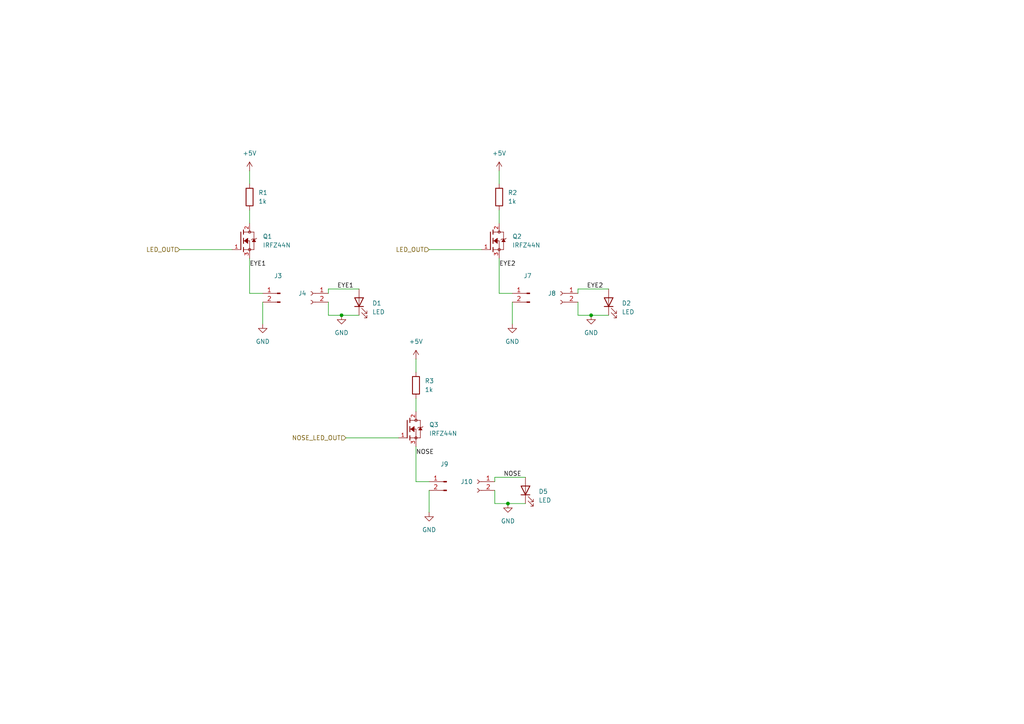
<source format=kicad_sch>
(kicad_sch
	(version 20231120)
	(generator "eeschema")
	(generator_version "8.0")
	(uuid "14cf8e99-50f1-4150-a23e-91f782d6c189")
	(paper "A4")
	(lib_symbols
		(symbol "Connector:Conn_01x02_Pin"
			(pin_names
				(offset 1.016) hide)
			(exclude_from_sim no)
			(in_bom yes)
			(on_board yes)
			(property "Reference" "J"
				(at 0 2.54 0)
				(effects
					(font
						(size 1.27 1.27)
					)
				)
			)
			(property "Value" "Conn_01x02_Pin"
				(at 0 -5.08 0)
				(effects
					(font
						(size 1.27 1.27)
					)
				)
			)
			(property "Footprint" ""
				(at 0 0 0)
				(effects
					(font
						(size 1.27 1.27)
					)
					(hide yes)
				)
			)
			(property "Datasheet" "~"
				(at 0 0 0)
				(effects
					(font
						(size 1.27 1.27)
					)
					(hide yes)
				)
			)
			(property "Description" "Generic connector, single row, 01x02, script generated"
				(at 0 0 0)
				(effects
					(font
						(size 1.27 1.27)
					)
					(hide yes)
				)
			)
			(property "ki_locked" ""
				(at 0 0 0)
				(effects
					(font
						(size 1.27 1.27)
					)
				)
			)
			(property "ki_keywords" "connector"
				(at 0 0 0)
				(effects
					(font
						(size 1.27 1.27)
					)
					(hide yes)
				)
			)
			(property "ki_fp_filters" "Connector*:*_1x??_*"
				(at 0 0 0)
				(effects
					(font
						(size 1.27 1.27)
					)
					(hide yes)
				)
			)
			(symbol "Conn_01x02_Pin_1_1"
				(polyline
					(pts
						(xy 1.27 -2.54) (xy 0.8636 -2.54)
					)
					(stroke
						(width 0.1524)
						(type default)
					)
					(fill
						(type none)
					)
				)
				(polyline
					(pts
						(xy 1.27 0) (xy 0.8636 0)
					)
					(stroke
						(width 0.1524)
						(type default)
					)
					(fill
						(type none)
					)
				)
				(rectangle
					(start 0.8636 -2.413)
					(end 0 -2.667)
					(stroke
						(width 0.1524)
						(type default)
					)
					(fill
						(type outline)
					)
				)
				(rectangle
					(start 0.8636 0.127)
					(end 0 -0.127)
					(stroke
						(width 0.1524)
						(type default)
					)
					(fill
						(type outline)
					)
				)
				(pin passive line
					(at 5.08 0 180)
					(length 3.81)
					(name "Pin_1"
						(effects
							(font
								(size 1.27 1.27)
							)
						)
					)
					(number "1"
						(effects
							(font
								(size 1.27 1.27)
							)
						)
					)
				)
				(pin passive line
					(at 5.08 -2.54 180)
					(length 3.81)
					(name "Pin_2"
						(effects
							(font
								(size 1.27 1.27)
							)
						)
					)
					(number "2"
						(effects
							(font
								(size 1.27 1.27)
							)
						)
					)
				)
			)
		)
		(symbol "Connector:Conn_01x02_Socket"
			(pin_names
				(offset 1.016) hide)
			(exclude_from_sim no)
			(in_bom yes)
			(on_board yes)
			(property "Reference" "J"
				(at 0 2.54 0)
				(effects
					(font
						(size 1.27 1.27)
					)
				)
			)
			(property "Value" "Conn_01x02_Socket"
				(at 0 -5.08 0)
				(effects
					(font
						(size 1.27 1.27)
					)
				)
			)
			(property "Footprint" ""
				(at 0 0 0)
				(effects
					(font
						(size 1.27 1.27)
					)
					(hide yes)
				)
			)
			(property "Datasheet" "~"
				(at 0 0 0)
				(effects
					(font
						(size 1.27 1.27)
					)
					(hide yes)
				)
			)
			(property "Description" "Generic connector, single row, 01x02, script generated"
				(at 0 0 0)
				(effects
					(font
						(size 1.27 1.27)
					)
					(hide yes)
				)
			)
			(property "ki_locked" ""
				(at 0 0 0)
				(effects
					(font
						(size 1.27 1.27)
					)
				)
			)
			(property "ki_keywords" "connector"
				(at 0 0 0)
				(effects
					(font
						(size 1.27 1.27)
					)
					(hide yes)
				)
			)
			(property "ki_fp_filters" "Connector*:*_1x??_*"
				(at 0 0 0)
				(effects
					(font
						(size 1.27 1.27)
					)
					(hide yes)
				)
			)
			(symbol "Conn_01x02_Socket_1_1"
				(arc
					(start 0 -2.032)
					(mid -0.5058 -2.54)
					(end 0 -3.048)
					(stroke
						(width 0.1524)
						(type default)
					)
					(fill
						(type none)
					)
				)
				(polyline
					(pts
						(xy -1.27 -2.54) (xy -0.508 -2.54)
					)
					(stroke
						(width 0.1524)
						(type default)
					)
					(fill
						(type none)
					)
				)
				(polyline
					(pts
						(xy -1.27 0) (xy -0.508 0)
					)
					(stroke
						(width 0.1524)
						(type default)
					)
					(fill
						(type none)
					)
				)
				(arc
					(start 0 0.508)
					(mid -0.5058 0)
					(end 0 -0.508)
					(stroke
						(width 0.1524)
						(type default)
					)
					(fill
						(type none)
					)
				)
				(pin passive line
					(at -5.08 0 0)
					(length 3.81)
					(name "Pin_1"
						(effects
							(font
								(size 1.27 1.27)
							)
						)
					)
					(number "1"
						(effects
							(font
								(size 1.27 1.27)
							)
						)
					)
				)
				(pin passive line
					(at -5.08 -2.54 0)
					(length 3.81)
					(name "Pin_2"
						(effects
							(font
								(size 1.27 1.27)
							)
						)
					)
					(number "2"
						(effects
							(font
								(size 1.27 1.27)
							)
						)
					)
				)
			)
		)
		(symbol "Device:LED"
			(pin_numbers hide)
			(pin_names
				(offset 1.016) hide)
			(exclude_from_sim no)
			(in_bom yes)
			(on_board yes)
			(property "Reference" "D"
				(at 0 2.54 0)
				(effects
					(font
						(size 1.27 1.27)
					)
				)
			)
			(property "Value" "LED"
				(at 0 -2.54 0)
				(effects
					(font
						(size 1.27 1.27)
					)
				)
			)
			(property "Footprint" ""
				(at 0 0 0)
				(effects
					(font
						(size 1.27 1.27)
					)
					(hide yes)
				)
			)
			(property "Datasheet" "~"
				(at 0 0 0)
				(effects
					(font
						(size 1.27 1.27)
					)
					(hide yes)
				)
			)
			(property "Description" "Light emitting diode"
				(at 0 0 0)
				(effects
					(font
						(size 1.27 1.27)
					)
					(hide yes)
				)
			)
			(property "ki_keywords" "LED diode"
				(at 0 0 0)
				(effects
					(font
						(size 1.27 1.27)
					)
					(hide yes)
				)
			)
			(property "ki_fp_filters" "LED* LED_SMD:* LED_THT:*"
				(at 0 0 0)
				(effects
					(font
						(size 1.27 1.27)
					)
					(hide yes)
				)
			)
			(symbol "LED_0_1"
				(polyline
					(pts
						(xy -1.27 -1.27) (xy -1.27 1.27)
					)
					(stroke
						(width 0.254)
						(type default)
					)
					(fill
						(type none)
					)
				)
				(polyline
					(pts
						(xy -1.27 0) (xy 1.27 0)
					)
					(stroke
						(width 0)
						(type default)
					)
					(fill
						(type none)
					)
				)
				(polyline
					(pts
						(xy 1.27 -1.27) (xy 1.27 1.27) (xy -1.27 0) (xy 1.27 -1.27)
					)
					(stroke
						(width 0.254)
						(type default)
					)
					(fill
						(type none)
					)
				)
				(polyline
					(pts
						(xy -3.048 -0.762) (xy -4.572 -2.286) (xy -3.81 -2.286) (xy -4.572 -2.286) (xy -4.572 -1.524)
					)
					(stroke
						(width 0)
						(type default)
					)
					(fill
						(type none)
					)
				)
				(polyline
					(pts
						(xy -1.778 -0.762) (xy -3.302 -2.286) (xy -2.54 -2.286) (xy -3.302 -2.286) (xy -3.302 -1.524)
					)
					(stroke
						(width 0)
						(type default)
					)
					(fill
						(type none)
					)
				)
			)
			(symbol "LED_1_1"
				(pin passive line
					(at -3.81 0 0)
					(length 2.54)
					(name "K"
						(effects
							(font
								(size 1.27 1.27)
							)
						)
					)
					(number "1"
						(effects
							(font
								(size 1.27 1.27)
							)
						)
					)
				)
				(pin passive line
					(at 3.81 0 180)
					(length 2.54)
					(name "A"
						(effects
							(font
								(size 1.27 1.27)
							)
						)
					)
					(number "2"
						(effects
							(font
								(size 1.27 1.27)
							)
						)
					)
				)
			)
		)
		(symbol "Device:R"
			(pin_numbers hide)
			(pin_names
				(offset 0)
			)
			(exclude_from_sim no)
			(in_bom yes)
			(on_board yes)
			(property "Reference" "R"
				(at 2.032 0 90)
				(effects
					(font
						(size 1.27 1.27)
					)
				)
			)
			(property "Value" "R"
				(at 0 0 90)
				(effects
					(font
						(size 1.27 1.27)
					)
				)
			)
			(property "Footprint" ""
				(at -1.778 0 90)
				(effects
					(font
						(size 1.27 1.27)
					)
					(hide yes)
				)
			)
			(property "Datasheet" "~"
				(at 0 0 0)
				(effects
					(font
						(size 1.27 1.27)
					)
					(hide yes)
				)
			)
			(property "Description" "Resistor"
				(at 0 0 0)
				(effects
					(font
						(size 1.27 1.27)
					)
					(hide yes)
				)
			)
			(property "ki_keywords" "R res resistor"
				(at 0 0 0)
				(effects
					(font
						(size 1.27 1.27)
					)
					(hide yes)
				)
			)
			(property "ki_fp_filters" "R_*"
				(at 0 0 0)
				(effects
					(font
						(size 1.27 1.27)
					)
					(hide yes)
				)
			)
			(symbol "R_0_1"
				(rectangle
					(start -1.016 -2.54)
					(end 1.016 2.54)
					(stroke
						(width 0.254)
						(type default)
					)
					(fill
						(type none)
					)
				)
			)
			(symbol "R_1_1"
				(pin passive line
					(at 0 3.81 270)
					(length 1.27)
					(name "~"
						(effects
							(font
								(size 1.27 1.27)
							)
						)
					)
					(number "1"
						(effects
							(font
								(size 1.27 1.27)
							)
						)
					)
				)
				(pin passive line
					(at 0 -3.81 90)
					(length 1.27)
					(name "~"
						(effects
							(font
								(size 1.27 1.27)
							)
						)
					)
					(number "2"
						(effects
							(font
								(size 1.27 1.27)
							)
						)
					)
				)
			)
		)
		(symbol "IRFZ44N:IRFZ44N"
			(pin_names
				(offset 1.016)
			)
			(exclude_from_sim no)
			(in_bom yes)
			(on_board yes)
			(property "Reference" "Q"
				(at -8.89 2.54 0)
				(effects
					(font
						(size 1.27 1.27)
					)
					(justify left bottom)
				)
			)
			(property "Value" "IRFZ44N"
				(at -8.89 -7.62 0)
				(effects
					(font
						(size 1.27 1.27)
					)
					(justify left bottom)
				)
			)
			(property "Footprint" "IRFZ44N:TO254P1016X419X2286-3"
				(at 0 0 0)
				(effects
					(font
						(size 1.27 1.27)
					)
					(justify bottom)
					(hide yes)
				)
			)
			(property "Datasheet" ""
				(at 0 0 0)
				(effects
					(font
						(size 1.27 1.27)
					)
					(hide yes)
				)
			)
			(property "Description" ""
				(at 0 0 0)
				(effects
					(font
						(size 1.27 1.27)
					)
					(hide yes)
				)
			)
			(property "MF" "Infineon Technologies"
				(at 0 0 0)
				(effects
					(font
						(size 1.27 1.27)
					)
					(justify bottom)
					(hide yes)
				)
			)
			(property "MAXIMUM_PACKAGE_HEIGHT" "22.86 mm"
				(at 0 0 0)
				(effects
					(font
						(size 1.27 1.27)
					)
					(justify bottom)
					(hide yes)
				)
			)
			(property "Package" "TO-220-3 Infineon"
				(at 0 0 0)
				(effects
					(font
						(size 1.27 1.27)
					)
					(justify bottom)
					(hide yes)
				)
			)
			(property "Price" "None"
				(at 0 0 0)
				(effects
					(font
						(size 1.27 1.27)
					)
					(justify bottom)
					(hide yes)
				)
			)
			(property "Check_prices" "https://www.snapeda.com/parts/IRFZ44N/Infineon/view-part/?ref=eda"
				(at 0 0 0)
				(effects
					(font
						(size 1.27 1.27)
					)
					(justify bottom)
					(hide yes)
				)
			)
			(property "STANDARD" "IPC 7351B"
				(at 0 0 0)
				(effects
					(font
						(size 1.27 1.27)
					)
					(justify bottom)
					(hide yes)
				)
			)
			(property "PARTREV" "09/21/10"
				(at 0 0 0)
				(effects
					(font
						(size 1.27 1.27)
					)
					(justify bottom)
					(hide yes)
				)
			)
			(property "SnapEDA_Link" "https://www.snapeda.com/parts/IRFZ44N/Infineon/view-part/?ref=snap"
				(at 0 0 0)
				(effects
					(font
						(size 1.27 1.27)
					)
					(justify bottom)
					(hide yes)
				)
			)
			(property "MP" "IRFZ44N"
				(at 0 0 0)
				(effects
					(font
						(size 1.27 1.27)
					)
					(justify bottom)
					(hide yes)
				)
			)
			(property "Description_1" "\n                        \n                            N-Channel 55 V 49A (Tc) 94W (Tc) Through Hole TO-220AB\n                        \n"
				(at 0 0 0)
				(effects
					(font
						(size 1.27 1.27)
					)
					(justify bottom)
					(hide yes)
				)
			)
			(property "SNAPEDA_PN" "IRFZ44N"
				(at 0 0 0)
				(effects
					(font
						(size 1.27 1.27)
					)
					(justify bottom)
					(hide yes)
				)
			)
			(property "Availability" "In Stock"
				(at 0 0 0)
				(effects
					(font
						(size 1.27 1.27)
					)
					(justify bottom)
					(hide yes)
				)
			)
			(property "MANUFACTURER" "Infineon"
				(at 0 0 0)
				(effects
					(font
						(size 1.27 1.27)
					)
					(justify bottom)
					(hide yes)
				)
			)
			(symbol "IRFZ44N_0_0"
				(polyline
					(pts
						(xy 0 2.54) (xy 0 -2.54)
					)
					(stroke
						(width 0.254)
						(type default)
					)
					(fill
						(type none)
					)
				)
				(polyline
					(pts
						(xy 0.762 -2.54) (xy 0.762 -3.175)
					)
					(stroke
						(width 0.254)
						(type default)
					)
					(fill
						(type none)
					)
				)
				(polyline
					(pts
						(xy 0.762 -1.905) (xy 0.762 -2.54)
					)
					(stroke
						(width 0.254)
						(type default)
					)
					(fill
						(type none)
					)
				)
				(polyline
					(pts
						(xy 0.762 0) (xy 0.762 -0.762)
					)
					(stroke
						(width 0.254)
						(type default)
					)
					(fill
						(type none)
					)
				)
				(polyline
					(pts
						(xy 0.762 0) (xy 2.54 0)
					)
					(stroke
						(width 0.1524)
						(type default)
					)
					(fill
						(type none)
					)
				)
				(polyline
					(pts
						(xy 0.762 0.762) (xy 0.762 0)
					)
					(stroke
						(width 0.254)
						(type default)
					)
					(fill
						(type none)
					)
				)
				(polyline
					(pts
						(xy 0.762 2.54) (xy 0.762 1.905)
					)
					(stroke
						(width 0.254)
						(type default)
					)
					(fill
						(type none)
					)
				)
				(polyline
					(pts
						(xy 0.762 2.54) (xy 3.81 2.54)
					)
					(stroke
						(width 0.1524)
						(type default)
					)
					(fill
						(type none)
					)
				)
				(polyline
					(pts
						(xy 0.762 3.175) (xy 0.762 2.54)
					)
					(stroke
						(width 0.254)
						(type default)
					)
					(fill
						(type none)
					)
				)
				(polyline
					(pts
						(xy 2.54 -2.54) (xy 0.762 -2.54)
					)
					(stroke
						(width 0.1524)
						(type default)
					)
					(fill
						(type none)
					)
				)
				(polyline
					(pts
						(xy 2.54 -2.54) (xy 3.81 -2.54)
					)
					(stroke
						(width 0.1524)
						(type default)
					)
					(fill
						(type none)
					)
				)
				(polyline
					(pts
						(xy 2.54 0) (xy 2.54 -2.54)
					)
					(stroke
						(width 0.1524)
						(type default)
					)
					(fill
						(type none)
					)
				)
				(polyline
					(pts
						(xy 3.302 0.508) (xy 3.048 0.254)
					)
					(stroke
						(width 0.1524)
						(type default)
					)
					(fill
						(type none)
					)
				)
				(polyline
					(pts
						(xy 3.81 0.508) (xy 3.302 0.508)
					)
					(stroke
						(width 0.1524)
						(type default)
					)
					(fill
						(type none)
					)
				)
				(polyline
					(pts
						(xy 3.81 0.508) (xy 3.81 -2.54)
					)
					(stroke
						(width 0.1524)
						(type default)
					)
					(fill
						(type none)
					)
				)
				(polyline
					(pts
						(xy 3.81 2.54) (xy 3.81 0.508)
					)
					(stroke
						(width 0.1524)
						(type default)
					)
					(fill
						(type none)
					)
				)
				(polyline
					(pts
						(xy 4.318 0.508) (xy 3.81 0.508)
					)
					(stroke
						(width 0.1524)
						(type default)
					)
					(fill
						(type none)
					)
				)
				(polyline
					(pts
						(xy 4.572 0.762) (xy 4.318 0.508)
					)
					(stroke
						(width 0.1524)
						(type default)
					)
					(fill
						(type none)
					)
				)
				(polyline
					(pts
						(xy 1.016 0) (xy 2.032 0.762) (xy 2.032 -0.762) (xy 1.016 0)
					)
					(stroke
						(width 0.1524)
						(type default)
					)
					(fill
						(type outline)
					)
				)
				(polyline
					(pts
						(xy 3.81 0.508) (xy 3.302 -0.254) (xy 4.318 -0.254) (xy 3.81 0.508)
					)
					(stroke
						(width 0.1524)
						(type default)
					)
					(fill
						(type outline)
					)
				)
				(circle
					(center 2.54 -2.54)
					(radius 0.3592)
					(stroke
						(width 0)
						(type default)
					)
					(fill
						(type none)
					)
				)
				(circle
					(center 2.54 2.54)
					(radius 0.3592)
					(stroke
						(width 0)
						(type default)
					)
					(fill
						(type none)
					)
				)
				(pin passive line
					(at -2.54 -2.54 0)
					(length 2.54)
					(name "~"
						(effects
							(font
								(size 1.016 1.016)
							)
						)
					)
					(number "1"
						(effects
							(font
								(size 1.016 1.016)
							)
						)
					)
				)
				(pin passive line
					(at 2.54 5.08 270)
					(length 2.54)
					(name "~"
						(effects
							(font
								(size 1.016 1.016)
							)
						)
					)
					(number "2"
						(effects
							(font
								(size 1.016 1.016)
							)
						)
					)
				)
				(pin passive line
					(at 2.54 -5.08 90)
					(length 2.54)
					(name "~"
						(effects
							(font
								(size 1.016 1.016)
							)
						)
					)
					(number "3"
						(effects
							(font
								(size 1.016 1.016)
							)
						)
					)
				)
			)
		)
		(symbol "power:+5V"
			(power)
			(pin_numbers hide)
			(pin_names
				(offset 0) hide)
			(exclude_from_sim no)
			(in_bom yes)
			(on_board yes)
			(property "Reference" "#PWR"
				(at 0 -3.81 0)
				(effects
					(font
						(size 1.27 1.27)
					)
					(hide yes)
				)
			)
			(property "Value" "+5V"
				(at 0 3.556 0)
				(effects
					(font
						(size 1.27 1.27)
					)
				)
			)
			(property "Footprint" ""
				(at 0 0 0)
				(effects
					(font
						(size 1.27 1.27)
					)
					(hide yes)
				)
			)
			(property "Datasheet" ""
				(at 0 0 0)
				(effects
					(font
						(size 1.27 1.27)
					)
					(hide yes)
				)
			)
			(property "Description" "Power symbol creates a global label with name \"+5V\""
				(at 0 0 0)
				(effects
					(font
						(size 1.27 1.27)
					)
					(hide yes)
				)
			)
			(property "ki_keywords" "global power"
				(at 0 0 0)
				(effects
					(font
						(size 1.27 1.27)
					)
					(hide yes)
				)
			)
			(symbol "+5V_0_1"
				(polyline
					(pts
						(xy -0.762 1.27) (xy 0 2.54)
					)
					(stroke
						(width 0)
						(type default)
					)
					(fill
						(type none)
					)
				)
				(polyline
					(pts
						(xy 0 0) (xy 0 2.54)
					)
					(stroke
						(width 0)
						(type default)
					)
					(fill
						(type none)
					)
				)
				(polyline
					(pts
						(xy 0 2.54) (xy 0.762 1.27)
					)
					(stroke
						(width 0)
						(type default)
					)
					(fill
						(type none)
					)
				)
			)
			(symbol "+5V_1_1"
				(pin power_in line
					(at 0 0 90)
					(length 0)
					(name "~"
						(effects
							(font
								(size 1.27 1.27)
							)
						)
					)
					(number "1"
						(effects
							(font
								(size 1.27 1.27)
							)
						)
					)
				)
			)
		)
		(symbol "power:GND"
			(power)
			(pin_numbers hide)
			(pin_names
				(offset 0) hide)
			(exclude_from_sim no)
			(in_bom yes)
			(on_board yes)
			(property "Reference" "#PWR"
				(at 0 -6.35 0)
				(effects
					(font
						(size 1.27 1.27)
					)
					(hide yes)
				)
			)
			(property "Value" "GND"
				(at 0 -3.81 0)
				(effects
					(font
						(size 1.27 1.27)
					)
				)
			)
			(property "Footprint" ""
				(at 0 0 0)
				(effects
					(font
						(size 1.27 1.27)
					)
					(hide yes)
				)
			)
			(property "Datasheet" ""
				(at 0 0 0)
				(effects
					(font
						(size 1.27 1.27)
					)
					(hide yes)
				)
			)
			(property "Description" "Power symbol creates a global label with name \"GND\" , ground"
				(at 0 0 0)
				(effects
					(font
						(size 1.27 1.27)
					)
					(hide yes)
				)
			)
			(property "ki_keywords" "global power"
				(at 0 0 0)
				(effects
					(font
						(size 1.27 1.27)
					)
					(hide yes)
				)
			)
			(symbol "GND_0_1"
				(polyline
					(pts
						(xy 0 0) (xy 0 -1.27) (xy 1.27 -1.27) (xy 0 -2.54) (xy -1.27 -1.27) (xy 0 -1.27)
					)
					(stroke
						(width 0)
						(type default)
					)
					(fill
						(type none)
					)
				)
			)
			(symbol "GND_1_1"
				(pin power_in line
					(at 0 0 270)
					(length 0)
					(name "~"
						(effects
							(font
								(size 1.27 1.27)
							)
						)
					)
					(number "1"
						(effects
							(font
								(size 1.27 1.27)
							)
						)
					)
				)
			)
		)
	)
	(junction
		(at 99.06 91.44)
		(diameter 0)
		(color 0 0 0 0)
		(uuid "3b909f4d-03a4-4e78-9c2f-6e869c30f936")
	)
	(junction
		(at 147.32 146.05)
		(diameter 0)
		(color 0 0 0 0)
		(uuid "cd2d92b3-ca84-4d03-8271-7230bb9fca66")
	)
	(junction
		(at 171.45 91.44)
		(diameter 0)
		(color 0 0 0 0)
		(uuid "f0aa2967-f1a3-4482-a8d4-c0c5db0e859e")
	)
	(wire
		(pts
			(xy 95.25 83.82) (xy 95.25 85.09)
		)
		(stroke
			(width 0)
			(type default)
		)
		(uuid "06341926-6ef4-4535-859f-5e2d1ca48ef7")
	)
	(wire
		(pts
			(xy 100.33 127) (xy 115.57 127)
		)
		(stroke
			(width 0)
			(type default)
		)
		(uuid "088dbeed-b7c6-4836-b191-7f345d3a0a66")
	)
	(wire
		(pts
			(xy 76.2 87.63) (xy 76.2 93.98)
		)
		(stroke
			(width 0)
			(type default)
		)
		(uuid "25801db0-f52a-4b78-a8a8-5c3d58b06c38")
	)
	(wire
		(pts
			(xy 72.39 85.09) (xy 72.39 74.93)
		)
		(stroke
			(width 0)
			(type default)
		)
		(uuid "25bd7bc2-e070-47f5-b2b0-aa13ebaefdfb")
	)
	(wire
		(pts
			(xy 72.39 49.53) (xy 72.39 53.34)
		)
		(stroke
			(width 0)
			(type default)
		)
		(uuid "2f29d008-57b6-45ca-a889-ab94b8e8ede9")
	)
	(wire
		(pts
			(xy 148.59 87.63) (xy 148.59 93.98)
		)
		(stroke
			(width 0)
			(type default)
		)
		(uuid "397886d1-c18d-4bdc-9a45-4659127c07d4")
	)
	(wire
		(pts
			(xy 144.78 60.96) (xy 144.78 64.77)
		)
		(stroke
			(width 0)
			(type default)
		)
		(uuid "54748a2f-082a-46fa-8d6c-28380c049e12")
	)
	(wire
		(pts
			(xy 144.78 85.09) (xy 144.78 74.93)
		)
		(stroke
			(width 0)
			(type default)
		)
		(uuid "629a1d4e-64a1-4eac-9ae3-b8b9d353eb9d")
	)
	(wire
		(pts
			(xy 104.14 83.82) (xy 95.25 83.82)
		)
		(stroke
			(width 0)
			(type default)
		)
		(uuid "65cd401a-24e0-4206-9235-e43dcbbb58df")
	)
	(wire
		(pts
			(xy 176.53 83.82) (xy 167.64 83.82)
		)
		(stroke
			(width 0)
			(type default)
		)
		(uuid "66ffa8ff-3b2e-4e30-98a6-7006fe23fd0d")
	)
	(wire
		(pts
			(xy 120.65 115.57) (xy 120.65 119.38)
		)
		(stroke
			(width 0)
			(type default)
		)
		(uuid "7113f407-1dae-4c0b-83c2-f7a0bb6c5869")
	)
	(wire
		(pts
			(xy 99.06 91.44) (xy 104.14 91.44)
		)
		(stroke
			(width 0)
			(type default)
		)
		(uuid "7a95fd97-4a9e-48ef-aa69-4643cbf57a45")
	)
	(wire
		(pts
			(xy 143.51 142.24) (xy 143.51 146.05)
		)
		(stroke
			(width 0)
			(type default)
		)
		(uuid "7bbaa57d-d03f-444a-9a6f-3a99880e3d9f")
	)
	(wire
		(pts
			(xy 171.45 91.44) (xy 176.53 91.44)
		)
		(stroke
			(width 0)
			(type default)
		)
		(uuid "7cab0942-3828-4cc5-beb2-a2ac9ec5b210")
	)
	(wire
		(pts
			(xy 76.2 85.09) (xy 72.39 85.09)
		)
		(stroke
			(width 0)
			(type default)
		)
		(uuid "82744c09-6642-4c75-a4b6-71fcc34aad5d")
	)
	(wire
		(pts
			(xy 147.32 146.05) (xy 152.4 146.05)
		)
		(stroke
			(width 0)
			(type default)
		)
		(uuid "838d5c28-20d9-48eb-bcbd-57c78fec6b1e")
	)
	(wire
		(pts
			(xy 152.4 138.43) (xy 143.51 138.43)
		)
		(stroke
			(width 0)
			(type default)
		)
		(uuid "8fc23e8c-8cc8-4e7d-b78c-85c3c518034a")
	)
	(wire
		(pts
			(xy 52.07 72.39) (xy 67.31 72.39)
		)
		(stroke
			(width 0)
			(type default)
		)
		(uuid "97ccf1b1-97e1-491a-b3ca-972164fbcb38")
	)
	(wire
		(pts
			(xy 120.65 139.7) (xy 120.65 129.54)
		)
		(stroke
			(width 0)
			(type default)
		)
		(uuid "a2ca98f3-5605-4236-87e1-e129793c0ce0")
	)
	(wire
		(pts
			(xy 120.65 104.14) (xy 120.65 107.95)
		)
		(stroke
			(width 0)
			(type default)
		)
		(uuid "a3cdb35b-1f82-4d3d-8ba8-1aa9fc34583f")
	)
	(wire
		(pts
			(xy 167.64 83.82) (xy 167.64 85.09)
		)
		(stroke
			(width 0)
			(type default)
		)
		(uuid "acbaf547-ae17-42a3-81de-1d53597ec0dd")
	)
	(wire
		(pts
			(xy 95.25 87.63) (xy 95.25 91.44)
		)
		(stroke
			(width 0)
			(type default)
		)
		(uuid "b0674565-f8e9-4db0-b7dd-a461a3422a13")
	)
	(wire
		(pts
			(xy 143.51 138.43) (xy 143.51 139.7)
		)
		(stroke
			(width 0)
			(type default)
		)
		(uuid "b52c0c4a-9b3a-409f-8ef0-8f1277179347")
	)
	(wire
		(pts
			(xy 148.59 85.09) (xy 144.78 85.09)
		)
		(stroke
			(width 0)
			(type default)
		)
		(uuid "b6876d87-616f-44fc-ae71-210a5cdfc018")
	)
	(wire
		(pts
			(xy 167.64 87.63) (xy 167.64 91.44)
		)
		(stroke
			(width 0)
			(type default)
		)
		(uuid "bc0a691a-605c-475c-a43e-28f7ca1a9b77")
	)
	(wire
		(pts
			(xy 144.78 49.53) (xy 144.78 53.34)
		)
		(stroke
			(width 0)
			(type default)
		)
		(uuid "ca6fc563-508f-417a-973d-386f6f5cac41")
	)
	(wire
		(pts
			(xy 124.46 142.24) (xy 124.46 148.59)
		)
		(stroke
			(width 0)
			(type default)
		)
		(uuid "ce61d360-0715-4a4c-ad1c-dad8cf4ba984")
	)
	(wire
		(pts
			(xy 124.46 139.7) (xy 120.65 139.7)
		)
		(stroke
			(width 0)
			(type default)
		)
		(uuid "d738e402-51f0-4527-9d5e-04f49bae7d68")
	)
	(wire
		(pts
			(xy 124.46 72.39) (xy 139.7 72.39)
		)
		(stroke
			(width 0)
			(type default)
		)
		(uuid "d7764a29-d063-41b3-bdd4-9681205b33a6")
	)
	(wire
		(pts
			(xy 72.39 60.96) (xy 72.39 64.77)
		)
		(stroke
			(width 0)
			(type default)
		)
		(uuid "d95a43ae-6ecc-4da4-993e-02898a477270")
	)
	(wire
		(pts
			(xy 95.25 91.44) (xy 99.06 91.44)
		)
		(stroke
			(width 0)
			(type default)
		)
		(uuid "e79e5623-f43b-41fe-8762-76923cd1ab1a")
	)
	(wire
		(pts
			(xy 167.64 91.44) (xy 171.45 91.44)
		)
		(stroke
			(width 0)
			(type default)
		)
		(uuid "eac51423-7638-4cfd-98bf-acf6ac6bb83d")
	)
	(wire
		(pts
			(xy 143.51 146.05) (xy 147.32 146.05)
		)
		(stroke
			(width 0)
			(type default)
		)
		(uuid "f26250f6-3282-48ce-89e2-71189a8a40f6")
	)
	(label "EYE1"
		(at 97.79 83.82 0)
		(fields_autoplaced yes)
		(effects
			(font
				(size 1.27 1.27)
			)
			(justify left bottom)
		)
		(uuid "2167c94b-ccb4-4cc6-b630-f23966a39bd5")
	)
	(label "NOSE"
		(at 120.65 132.08 0)
		(fields_autoplaced yes)
		(effects
			(font
				(size 1.27 1.27)
			)
			(justify left bottom)
		)
		(uuid "270d79c8-118d-407d-9ce7-e8a0480103ba")
	)
	(label "EYE1"
		(at 72.39 77.47 0)
		(fields_autoplaced yes)
		(effects
			(font
				(size 1.27 1.27)
			)
			(justify left bottom)
		)
		(uuid "3d0351d2-ab6f-4bb5-abd3-61bc531ab513")
	)
	(label "EYE2"
		(at 144.78 77.47 0)
		(fields_autoplaced yes)
		(effects
			(font
				(size 1.27 1.27)
			)
			(justify left bottom)
		)
		(uuid "6f705dc3-33d7-45d3-943d-7d0620685b88")
	)
	(label "NOSE"
		(at 146.05 138.43 0)
		(fields_autoplaced yes)
		(effects
			(font
				(size 1.27 1.27)
			)
			(justify left bottom)
		)
		(uuid "726786a6-9e2e-4ec2-b197-b67d07df2ced")
	)
	(label "EYE2"
		(at 170.18 83.82 0)
		(fields_autoplaced yes)
		(effects
			(font
				(size 1.27 1.27)
			)
			(justify left bottom)
		)
		(uuid "8703c66f-b8fd-4618-8f32-f7fd74f63ddd")
	)
	(hierarchical_label "LED_OUT"
		(shape input)
		(at 124.46 72.39 180)
		(fields_autoplaced yes)
		(effects
			(font
				(size 1.27 1.27)
			)
			(justify right)
		)
		(uuid "15d2f76d-0de2-4a2c-a6ac-0d385d013c05")
	)
	(hierarchical_label "LED_OUT"
		(shape input)
		(at 52.07 72.39 180)
		(fields_autoplaced yes)
		(effects
			(font
				(size 1.27 1.27)
			)
			(justify right)
		)
		(uuid "ab30a51c-aacd-4a4a-a291-7c6f9a9d080b")
	)
	(hierarchical_label "NOSE_LED_OUT"
		(shape input)
		(at 100.33 127 180)
		(fields_autoplaced yes)
		(effects
			(font
				(size 1.27 1.27)
			)
			(justify right)
		)
		(uuid "bdcd2e4a-076a-4b66-a18e-5ede196fb708")
	)
	(symbol
		(lib_id "power:GND")
		(at 76.2 93.98 0)
		(unit 1)
		(exclude_from_sim yes)
		(in_bom yes)
		(on_board yes)
		(dnp no)
		(fields_autoplaced yes)
		(uuid "087e4879-19a4-4bee-86a1-32dbfae5636a")
		(property "Reference" "#PWR05"
			(at 76.2 100.33 0)
			(effects
				(font
					(size 1.27 1.27)
				)
				(hide yes)
			)
		)
		(property "Value" "GND"
			(at 76.2 99.06 0)
			(effects
				(font
					(size 1.27 1.27)
				)
			)
		)
		(property "Footprint" ""
			(at 76.2 93.98 0)
			(effects
				(font
					(size 1.27 1.27)
				)
				(hide yes)
			)
		)
		(property "Datasheet" ""
			(at 76.2 93.98 0)
			(effects
				(font
					(size 1.27 1.27)
				)
				(hide yes)
			)
		)
		(property "Description" "Power symbol creates a global label with name \"GND\" , ground"
			(at 76.2 93.98 0)
			(effects
				(font
					(size 1.27 1.27)
				)
				(hide yes)
			)
		)
		(pin "1"
			(uuid "cf92d20f-ae6a-4be6-80a8-8650bf69e527")
		)
		(instances
			(project "micro_led_button"
				(path "/23bcdbe8-bca6-4dde-baf4-4be1c77d7047/cd6c87dc-4fad-468e-972f-96c5c036f6b8"
					(reference "#PWR05")
					(unit 1)
				)
			)
		)
	)
	(symbol
		(lib_id "power:GND")
		(at 147.32 146.05 0)
		(unit 1)
		(exclude_from_sim yes)
		(in_bom yes)
		(on_board no)
		(dnp no)
		(fields_autoplaced yes)
		(uuid "20837630-a5b6-4e0c-9d06-7e92fee4a73f")
		(property "Reference" "#PWR018"
			(at 147.32 152.4 0)
			(effects
				(font
					(size 1.27 1.27)
				)
				(hide yes)
			)
		)
		(property "Value" "GND"
			(at 147.32 151.13 0)
			(effects
				(font
					(size 1.27 1.27)
				)
			)
		)
		(property "Footprint" ""
			(at 147.32 146.05 0)
			(effects
				(font
					(size 1.27 1.27)
				)
				(hide yes)
			)
		)
		(property "Datasheet" ""
			(at 147.32 146.05 0)
			(effects
				(font
					(size 1.27 1.27)
				)
				(hide yes)
			)
		)
		(property "Description" "Power symbol creates a global label with name \"GND\" , ground"
			(at 147.32 146.05 0)
			(effects
				(font
					(size 1.27 1.27)
				)
				(hide yes)
			)
		)
		(pin "1"
			(uuid "43fb15aa-5cf4-4ffc-9598-6d8ab2b5cbe6")
		)
		(instances
			(project "micro_led_button"
				(path "/23bcdbe8-bca6-4dde-baf4-4be1c77d7047/cd6c87dc-4fad-468e-972f-96c5c036f6b8"
					(reference "#PWR018")
					(unit 1)
				)
			)
		)
	)
	(symbol
		(lib_id "Device:R")
		(at 120.65 111.76 0)
		(unit 1)
		(exclude_from_sim yes)
		(in_bom yes)
		(on_board yes)
		(dnp no)
		(fields_autoplaced yes)
		(uuid "32160cf6-5380-447b-97e9-13de0d61122a")
		(property "Reference" "R3"
			(at 123.19 110.4899 0)
			(effects
				(font
					(size 1.27 1.27)
				)
				(justify left)
			)
		)
		(property "Value" "1k"
			(at 123.19 113.0299 0)
			(effects
				(font
					(size 1.27 1.27)
				)
				(justify left)
			)
		)
		(property "Footprint" "Resistor_THT:R_Axial_DIN0207_L6.3mm_D2.5mm_P10.16mm_Horizontal"
			(at 118.872 111.76 90)
			(effects
				(font
					(size 1.27 1.27)
				)
				(hide yes)
			)
		)
		(property "Datasheet" "~"
			(at 120.65 111.76 0)
			(effects
				(font
					(size 1.27 1.27)
				)
				(hide yes)
			)
		)
		(property "Description" "Resistor"
			(at 120.65 111.76 0)
			(effects
				(font
					(size 1.27 1.27)
				)
				(hide yes)
			)
		)
		(pin "1"
			(uuid "9f4a54c1-29ee-46bf-baa8-790662346fee")
		)
		(pin "2"
			(uuid "16f93632-1992-438a-9b61-f5bf83de4765")
		)
		(instances
			(project "micro_led_button"
				(path "/23bcdbe8-bca6-4dde-baf4-4be1c77d7047/cd6c87dc-4fad-468e-972f-96c5c036f6b8"
					(reference "R3")
					(unit 1)
				)
			)
		)
	)
	(symbol
		(lib_id "IRFZ44N:IRFZ44N")
		(at 69.85 69.85 0)
		(unit 1)
		(exclude_from_sim yes)
		(in_bom yes)
		(on_board yes)
		(dnp no)
		(fields_autoplaced yes)
		(uuid "36e08499-2508-4f89-8e2d-7413b6eb8cb5")
		(property "Reference" "Q1"
			(at 76.2 68.5799 0)
			(effects
				(font
					(size 1.27 1.27)
				)
				(justify left)
			)
		)
		(property "Value" "IRFZ44N"
			(at 76.2 71.1199 0)
			(effects
				(font
					(size 1.27 1.27)
				)
				(justify left)
			)
		)
		(property "Footprint" "IRFZ44N:TO254P1016X419X2286-3"
			(at 69.85 69.85 0)
			(effects
				(font
					(size 1.27 1.27)
				)
				(justify bottom)
				(hide yes)
			)
		)
		(property "Datasheet" ""
			(at 69.85 69.85 0)
			(effects
				(font
					(size 1.27 1.27)
				)
				(hide yes)
			)
		)
		(property "Description" ""
			(at 69.85 69.85 0)
			(effects
				(font
					(size 1.27 1.27)
				)
				(hide yes)
			)
		)
		(property "MF" "Infineon Technologies"
			(at 69.85 69.85 0)
			(effects
				(font
					(size 1.27 1.27)
				)
				(justify bottom)
				(hide yes)
			)
		)
		(property "MAXIMUM_PACKAGE_HEIGHT" "22.86 mm"
			(at 69.85 69.85 0)
			(effects
				(font
					(size 1.27 1.27)
				)
				(justify bottom)
				(hide yes)
			)
		)
		(property "Package" "TO-220-3 Infineon"
			(at 69.85 69.85 0)
			(effects
				(font
					(size 1.27 1.27)
				)
				(justify bottom)
				(hide yes)
			)
		)
		(property "Price" "None"
			(at 69.85 69.85 0)
			(effects
				(font
					(size 1.27 1.27)
				)
				(justify bottom)
				(hide yes)
			)
		)
		(property "Check_prices" "https://www.snapeda.com/parts/IRFZ44N/Infineon/view-part/?ref=eda"
			(at 69.85 69.85 0)
			(effects
				(font
					(size 1.27 1.27)
				)
				(justify bottom)
				(hide yes)
			)
		)
		(property "STANDARD" "IPC 7351B"
			(at 69.85 69.85 0)
			(effects
				(font
					(size 1.27 1.27)
				)
				(justify bottom)
				(hide yes)
			)
		)
		(property "PARTREV" "09/21/10"
			(at 69.85 69.85 0)
			(effects
				(font
					(size 1.27 1.27)
				)
				(justify bottom)
				(hide yes)
			)
		)
		(property "SnapEDA_Link" "https://www.snapeda.com/parts/IRFZ44N/Infineon/view-part/?ref=snap"
			(at 69.85 69.85 0)
			(effects
				(font
					(size 1.27 1.27)
				)
				(justify bottom)
				(hide yes)
			)
		)
		(property "MP" "IRFZ44N"
			(at 69.85 69.85 0)
			(effects
				(font
					(size 1.27 1.27)
				)
				(justify bottom)
				(hide yes)
			)
		)
		(property "Description_1" "\n                        \n                            N-Channel 55 V 49A (Tc) 94W (Tc) Through Hole TO-220AB\n                        \n"
			(at 69.85 69.85 0)
			(effects
				(font
					(size 1.27 1.27)
				)
				(justify bottom)
				(hide yes)
			)
		)
		(property "SNAPEDA_PN" "IRFZ44N"
			(at 69.85 69.85 0)
			(effects
				(font
					(size 1.27 1.27)
				)
				(justify bottom)
				(hide yes)
			)
		)
		(property "Availability" "In Stock"
			(at 69.85 69.85 0)
			(effects
				(font
					(size 1.27 1.27)
				)
				(justify bottom)
				(hide yes)
			)
		)
		(property "MANUFACTURER" "Infineon"
			(at 69.85 69.85 0)
			(effects
				(font
					(size 1.27 1.27)
				)
				(justify bottom)
				(hide yes)
			)
		)
		(pin "3"
			(uuid "04018206-a3ef-4a33-985c-8b52cf8ae12c")
		)
		(pin "1"
			(uuid "78868e50-fac3-4341-871c-051078fc3dae")
		)
		(pin "2"
			(uuid "67669696-ae99-4b7c-a71f-19c177c98d5e")
		)
		(instances
			(project "micro_led_button"
				(path "/23bcdbe8-bca6-4dde-baf4-4be1c77d7047/cd6c87dc-4fad-468e-972f-96c5c036f6b8"
					(reference "Q1")
					(unit 1)
				)
			)
		)
	)
	(symbol
		(lib_id "Connector:Conn_01x02_Pin")
		(at 81.28 85.09 0)
		(mirror y)
		(unit 1)
		(exclude_from_sim yes)
		(in_bom yes)
		(on_board yes)
		(dnp no)
		(uuid "3bac470b-effe-4a91-b496-7fb8e266dcbf")
		(property "Reference" "J3"
			(at 80.645 80.01 0)
			(effects
				(font
					(size 1.27 1.27)
				)
			)
		)
		(property "Value" "Conn_01x02_Pin"
			(at 80.645 82.55 0)
			(effects
				(font
					(size 1.27 1.27)
				)
				(hide yes)
			)
		)
		(property "Footprint" "Connector_PinHeader_2.54mm:PinHeader_1x02_P2.54mm_Vertical"
			(at 81.28 85.09 0)
			(effects
				(font
					(size 1.27 1.27)
				)
				(hide yes)
			)
		)
		(property "Datasheet" "~"
			(at 81.28 85.09 0)
			(effects
				(font
					(size 1.27 1.27)
				)
				(hide yes)
			)
		)
		(property "Description" "Generic connector, single row, 01x02, script generated"
			(at 81.28 85.09 0)
			(effects
				(font
					(size 1.27 1.27)
				)
				(hide yes)
			)
		)
		(pin "1"
			(uuid "09a42883-4b4e-46b6-a95b-b8581b791650")
		)
		(pin "2"
			(uuid "8c8ec1a7-3663-44ea-83ea-738b558ff31f")
		)
		(instances
			(project "micro_led_button"
				(path "/23bcdbe8-bca6-4dde-baf4-4be1c77d7047/cd6c87dc-4fad-468e-972f-96c5c036f6b8"
					(reference "J3")
					(unit 1)
				)
			)
		)
	)
	(symbol
		(lib_id "Device:LED")
		(at 104.14 87.63 90)
		(unit 1)
		(exclude_from_sim yes)
		(in_bom yes)
		(on_board no)
		(dnp no)
		(fields_autoplaced yes)
		(uuid "455b9758-7be4-4a37-8ba0-713263b0c266")
		(property "Reference" "D1"
			(at 107.95 87.9474 90)
			(effects
				(font
					(size 1.27 1.27)
				)
				(justify right)
			)
		)
		(property "Value" "LED"
			(at 107.95 90.4874 90)
			(effects
				(font
					(size 1.27 1.27)
				)
				(justify right)
			)
		)
		(property "Footprint" ""
			(at 104.14 87.63 0)
			(effects
				(font
					(size 1.27 1.27)
				)
				(hide yes)
			)
		)
		(property "Datasheet" "~"
			(at 104.14 87.63 0)
			(effects
				(font
					(size 1.27 1.27)
				)
				(hide yes)
			)
		)
		(property "Description" "Light emitting diode"
			(at 104.14 87.63 0)
			(effects
				(font
					(size 1.27 1.27)
				)
				(hide yes)
			)
		)
		(pin "1"
			(uuid "daa3d23e-5f18-49bc-beec-b43713624a7f")
		)
		(pin "2"
			(uuid "fc3ba1ff-76d0-4915-bc3d-ddc81c7d0617")
		)
		(instances
			(project "micro_led_button"
				(path "/23bcdbe8-bca6-4dde-baf4-4be1c77d7047/cd6c87dc-4fad-468e-972f-96c5c036f6b8"
					(reference "D1")
					(unit 1)
				)
			)
		)
	)
	(symbol
		(lib_id "Connector:Conn_01x02_Socket")
		(at 90.17 85.09 0)
		(mirror y)
		(unit 1)
		(exclude_from_sim yes)
		(in_bom yes)
		(on_board no)
		(dnp no)
		(uuid "53852b33-f522-464b-9063-bdc0e982d7c2")
		(property "Reference" "J4"
			(at 88.9 85.0899 0)
			(effects
				(font
					(size 1.27 1.27)
				)
				(justify left)
			)
		)
		(property "Value" "Conn_01x02_Socket"
			(at 88.9 87.6299 0)
			(effects
				(font
					(size 1.27 1.27)
				)
				(justify left)
				(hide yes)
			)
		)
		(property "Footprint" ""
			(at 90.17 85.09 0)
			(effects
				(font
					(size 1.27 1.27)
				)
				(hide yes)
			)
		)
		(property "Datasheet" "~"
			(at 90.17 85.09 0)
			(effects
				(font
					(size 1.27 1.27)
				)
				(hide yes)
			)
		)
		(property "Description" "Generic connector, single row, 01x02, script generated"
			(at 90.17 85.09 0)
			(effects
				(font
					(size 1.27 1.27)
				)
				(hide yes)
			)
		)
		(pin "2"
			(uuid "600cba87-8dd6-4cbc-9297-3d547fa55c9d")
		)
		(pin "1"
			(uuid "d8af3e64-3c74-4066-8c13-b94fbf9e6c91")
		)
		(instances
			(project "micro_led_button"
				(path "/23bcdbe8-bca6-4dde-baf4-4be1c77d7047/cd6c87dc-4fad-468e-972f-96c5c036f6b8"
					(reference "J4")
					(unit 1)
				)
			)
		)
	)
	(symbol
		(lib_id "power:GND")
		(at 124.46 148.59 0)
		(unit 1)
		(exclude_from_sim yes)
		(in_bom yes)
		(on_board yes)
		(dnp no)
		(fields_autoplaced yes)
		(uuid "70038a4a-d159-4ada-a76c-5ae639bcc06c")
		(property "Reference" "#PWR017"
			(at 124.46 154.94 0)
			(effects
				(font
					(size 1.27 1.27)
				)
				(hide yes)
			)
		)
		(property "Value" "GND"
			(at 124.46 153.67 0)
			(effects
				(font
					(size 1.27 1.27)
				)
			)
		)
		(property "Footprint" ""
			(at 124.46 148.59 0)
			(effects
				(font
					(size 1.27 1.27)
				)
				(hide yes)
			)
		)
		(property "Datasheet" ""
			(at 124.46 148.59 0)
			(effects
				(font
					(size 1.27 1.27)
				)
				(hide yes)
			)
		)
		(property "Description" "Power symbol creates a global label with name \"GND\" , ground"
			(at 124.46 148.59 0)
			(effects
				(font
					(size 1.27 1.27)
				)
				(hide yes)
			)
		)
		(pin "1"
			(uuid "bdc32d4f-c888-4833-a40c-004f1584a1d7")
		)
		(instances
			(project "micro_led_button"
				(path "/23bcdbe8-bca6-4dde-baf4-4be1c77d7047/cd6c87dc-4fad-468e-972f-96c5c036f6b8"
					(reference "#PWR017")
					(unit 1)
				)
			)
		)
	)
	(symbol
		(lib_id "power:GND")
		(at 171.45 91.44 0)
		(unit 1)
		(exclude_from_sim yes)
		(in_bom yes)
		(on_board no)
		(dnp no)
		(fields_autoplaced yes)
		(uuid "87d3d01d-5bbc-4b47-aa0c-a4927268e248")
		(property "Reference" "#PWR015"
			(at 171.45 97.79 0)
			(effects
				(font
					(size 1.27 1.27)
				)
				(hide yes)
			)
		)
		(property "Value" "GND"
			(at 171.45 96.52 0)
			(effects
				(font
					(size 1.27 1.27)
				)
			)
		)
		(property "Footprint" ""
			(at 171.45 91.44 0)
			(effects
				(font
					(size 1.27 1.27)
				)
				(hide yes)
			)
		)
		(property "Datasheet" ""
			(at 171.45 91.44 0)
			(effects
				(font
					(size 1.27 1.27)
				)
				(hide yes)
			)
		)
		(property "Description" "Power symbol creates a global label with name \"GND\" , ground"
			(at 171.45 91.44 0)
			(effects
				(font
					(size 1.27 1.27)
				)
				(hide yes)
			)
		)
		(pin "1"
			(uuid "38cd86f4-6ec4-4c54-9d91-1f80628e1f73")
		)
		(instances
			(project "micro_led_button"
				(path "/23bcdbe8-bca6-4dde-baf4-4be1c77d7047/cd6c87dc-4fad-468e-972f-96c5c036f6b8"
					(reference "#PWR015")
					(unit 1)
				)
			)
		)
	)
	(symbol
		(lib_id "Connector:Conn_01x02_Socket")
		(at 162.56 85.09 0)
		(mirror y)
		(unit 1)
		(exclude_from_sim yes)
		(in_bom yes)
		(on_board no)
		(dnp no)
		(uuid "8805aec3-5414-4427-8a18-142e6123d912")
		(property "Reference" "J8"
			(at 161.29 85.0899 0)
			(effects
				(font
					(size 1.27 1.27)
				)
				(justify left)
			)
		)
		(property "Value" "Conn_01x02_Socket"
			(at 161.29 87.6299 0)
			(effects
				(font
					(size 1.27 1.27)
				)
				(justify left)
				(hide yes)
			)
		)
		(property "Footprint" ""
			(at 162.56 85.09 0)
			(effects
				(font
					(size 1.27 1.27)
				)
				(hide yes)
			)
		)
		(property "Datasheet" "~"
			(at 162.56 85.09 0)
			(effects
				(font
					(size 1.27 1.27)
				)
				(hide yes)
			)
		)
		(property "Description" "Generic connector, single row, 01x02, script generated"
			(at 162.56 85.09 0)
			(effects
				(font
					(size 1.27 1.27)
				)
				(hide yes)
			)
		)
		(pin "2"
			(uuid "41928388-6f4f-4f99-85d8-a2f524eecc89")
		)
		(pin "1"
			(uuid "f27412a0-9516-4a2d-983a-93cb2c6492d7")
		)
		(instances
			(project "micro_led_button"
				(path "/23bcdbe8-bca6-4dde-baf4-4be1c77d7047/cd6c87dc-4fad-468e-972f-96c5c036f6b8"
					(reference "J8")
					(unit 1)
				)
			)
		)
	)
	(symbol
		(lib_id "power:GND")
		(at 148.59 93.98 0)
		(unit 1)
		(exclude_from_sim yes)
		(in_bom yes)
		(on_board yes)
		(dnp no)
		(fields_autoplaced yes)
		(uuid "95bb66a6-08ff-458b-a267-618dd771a0e3")
		(property "Reference" "#PWR014"
			(at 148.59 100.33 0)
			(effects
				(font
					(size 1.27 1.27)
				)
				(hide yes)
			)
		)
		(property "Value" "GND"
			(at 148.59 99.06 0)
			(effects
				(font
					(size 1.27 1.27)
				)
			)
		)
		(property "Footprint" ""
			(at 148.59 93.98 0)
			(effects
				(font
					(size 1.27 1.27)
				)
				(hide yes)
			)
		)
		(property "Datasheet" ""
			(at 148.59 93.98 0)
			(effects
				(font
					(size 1.27 1.27)
				)
				(hide yes)
			)
		)
		(property "Description" "Power symbol creates a global label with name \"GND\" , ground"
			(at 148.59 93.98 0)
			(effects
				(font
					(size 1.27 1.27)
				)
				(hide yes)
			)
		)
		(pin "1"
			(uuid "4e1573d1-230b-4fc0-9b82-700a789cc9f4")
		)
		(instances
			(project "micro_led_button"
				(path "/23bcdbe8-bca6-4dde-baf4-4be1c77d7047/cd6c87dc-4fad-468e-972f-96c5c036f6b8"
					(reference "#PWR014")
					(unit 1)
				)
			)
		)
	)
	(symbol
		(lib_id "IRFZ44N:IRFZ44N")
		(at 118.11 124.46 0)
		(unit 1)
		(exclude_from_sim yes)
		(in_bom yes)
		(on_board yes)
		(dnp no)
		(fields_autoplaced yes)
		(uuid "9a0a6f5e-e5d4-413f-951b-262f95c084b8")
		(property "Reference" "Q3"
			(at 124.46 123.1899 0)
			(effects
				(font
					(size 1.27 1.27)
				)
				(justify left)
			)
		)
		(property "Value" "IRFZ44N"
			(at 124.46 125.7299 0)
			(effects
				(font
					(size 1.27 1.27)
				)
				(justify left)
			)
		)
		(property "Footprint" "IRFZ44N:TO254P1016X419X2286-3"
			(at 118.11 124.46 0)
			(effects
				(font
					(size 1.27 1.27)
				)
				(justify bottom)
				(hide yes)
			)
		)
		(property "Datasheet" ""
			(at 118.11 124.46 0)
			(effects
				(font
					(size 1.27 1.27)
				)
				(hide yes)
			)
		)
		(property "Description" ""
			(at 118.11 124.46 0)
			(effects
				(font
					(size 1.27 1.27)
				)
				(hide yes)
			)
		)
		(property "MF" "Infineon Technologies"
			(at 118.11 124.46 0)
			(effects
				(font
					(size 1.27 1.27)
				)
				(justify bottom)
				(hide yes)
			)
		)
		(property "MAXIMUM_PACKAGE_HEIGHT" "22.86 mm"
			(at 118.11 124.46 0)
			(effects
				(font
					(size 1.27 1.27)
				)
				(justify bottom)
				(hide yes)
			)
		)
		(property "Package" "TO-220-3 Infineon"
			(at 118.11 124.46 0)
			(effects
				(font
					(size 1.27 1.27)
				)
				(justify bottom)
				(hide yes)
			)
		)
		(property "Price" "None"
			(at 118.11 124.46 0)
			(effects
				(font
					(size 1.27 1.27)
				)
				(justify bottom)
				(hide yes)
			)
		)
		(property "Check_prices" "https://www.snapeda.com/parts/IRFZ44N/Infineon/view-part/?ref=eda"
			(at 118.11 124.46 0)
			(effects
				(font
					(size 1.27 1.27)
				)
				(justify bottom)
				(hide yes)
			)
		)
		(property "STANDARD" "IPC 7351B"
			(at 118.11 124.46 0)
			(effects
				(font
					(size 1.27 1.27)
				)
				(justify bottom)
				(hide yes)
			)
		)
		(property "PARTREV" "09/21/10"
			(at 118.11 124.46 0)
			(effects
				(font
					(size 1.27 1.27)
				)
				(justify bottom)
				(hide yes)
			)
		)
		(property "SnapEDA_Link" "https://www.snapeda.com/parts/IRFZ44N/Infineon/view-part/?ref=snap"
			(at 118.11 124.46 0)
			(effects
				(font
					(size 1.27 1.27)
				)
				(justify bottom)
				(hide yes)
			)
		)
		(property "MP" "IRFZ44N"
			(at 118.11 124.46 0)
			(effects
				(font
					(size 1.27 1.27)
				)
				(justify bottom)
				(hide yes)
			)
		)
		(property "Description_1" "\n                        \n                            N-Channel 55 V 49A (Tc) 94W (Tc) Through Hole TO-220AB\n                        \n"
			(at 118.11 124.46 0)
			(effects
				(font
					(size 1.27 1.27)
				)
				(justify bottom)
				(hide yes)
			)
		)
		(property "SNAPEDA_PN" "IRFZ44N"
			(at 118.11 124.46 0)
			(effects
				(font
					(size 1.27 1.27)
				)
				(justify bottom)
				(hide yes)
			)
		)
		(property "Availability" "In Stock"
			(at 118.11 124.46 0)
			(effects
				(font
					(size 1.27 1.27)
				)
				(justify bottom)
				(hide yes)
			)
		)
		(property "MANUFACTURER" "Infineon"
			(at 118.11 124.46 0)
			(effects
				(font
					(size 1.27 1.27)
				)
				(justify bottom)
				(hide yes)
			)
		)
		(pin "3"
			(uuid "0ac5e335-d015-47db-99e7-b4ca2a5141dd")
		)
		(pin "1"
			(uuid "3a3a76d6-f6a8-4608-bc0b-ae838d24b244")
		)
		(pin "2"
			(uuid "c58d76d4-04ef-4874-8951-911633cb7444")
		)
		(instances
			(project "micro_led_button"
				(path "/23bcdbe8-bca6-4dde-baf4-4be1c77d7047/cd6c87dc-4fad-468e-972f-96c5c036f6b8"
					(reference "Q3")
					(unit 1)
				)
			)
		)
	)
	(symbol
		(lib_id "power:+5V")
		(at 144.78 49.53 0)
		(unit 1)
		(exclude_from_sim yes)
		(in_bom yes)
		(on_board yes)
		(dnp no)
		(fields_autoplaced yes)
		(uuid "a72e3327-21c9-4044-87fc-1604dc25467f")
		(property "Reference" "#PWR013"
			(at 144.78 53.34 0)
			(effects
				(font
					(size 1.27 1.27)
				)
				(hide yes)
			)
		)
		(property "Value" "+5V"
			(at 144.78 44.45 0)
			(effects
				(font
					(size 1.27 1.27)
				)
			)
		)
		(property "Footprint" ""
			(at 144.78 49.53 0)
			(effects
				(font
					(size 1.27 1.27)
				)
				(hide yes)
			)
		)
		(property "Datasheet" ""
			(at 144.78 49.53 0)
			(effects
				(font
					(size 1.27 1.27)
				)
				(hide yes)
			)
		)
		(property "Description" "Power symbol creates a global label with name \"+5V\""
			(at 144.78 49.53 0)
			(effects
				(font
					(size 1.27 1.27)
				)
				(hide yes)
			)
		)
		(pin "1"
			(uuid "41145ae2-2931-4371-b9d6-c1d358e6a718")
		)
		(instances
			(project "micro_led_button"
				(path "/23bcdbe8-bca6-4dde-baf4-4be1c77d7047/cd6c87dc-4fad-468e-972f-96c5c036f6b8"
					(reference "#PWR013")
					(unit 1)
				)
			)
		)
	)
	(symbol
		(lib_id "IRFZ44N:IRFZ44N")
		(at 142.24 69.85 0)
		(unit 1)
		(exclude_from_sim yes)
		(in_bom yes)
		(on_board yes)
		(dnp no)
		(fields_autoplaced yes)
		(uuid "a8c1c58d-c6af-474c-816a-38c953fc6af8")
		(property "Reference" "Q2"
			(at 148.59 68.5799 0)
			(effects
				(font
					(size 1.27 1.27)
				)
				(justify left)
			)
		)
		(property "Value" "IRFZ44N"
			(at 148.59 71.1199 0)
			(effects
				(font
					(size 1.27 1.27)
				)
				(justify left)
			)
		)
		(property "Footprint" "IRFZ44N:TO254P1016X419X2286-3"
			(at 142.24 69.85 0)
			(effects
				(font
					(size 1.27 1.27)
				)
				(justify bottom)
				(hide yes)
			)
		)
		(property "Datasheet" ""
			(at 142.24 69.85 0)
			(effects
				(font
					(size 1.27 1.27)
				)
				(hide yes)
			)
		)
		(property "Description" ""
			(at 142.24 69.85 0)
			(effects
				(font
					(size 1.27 1.27)
				)
				(hide yes)
			)
		)
		(property "MF" "Infineon Technologies"
			(at 142.24 69.85 0)
			(effects
				(font
					(size 1.27 1.27)
				)
				(justify bottom)
				(hide yes)
			)
		)
		(property "MAXIMUM_PACKAGE_HEIGHT" "22.86 mm"
			(at 142.24 69.85 0)
			(effects
				(font
					(size 1.27 1.27)
				)
				(justify bottom)
				(hide yes)
			)
		)
		(property "Package" "TO-220-3 Infineon"
			(at 142.24 69.85 0)
			(effects
				(font
					(size 1.27 1.27)
				)
				(justify bottom)
				(hide yes)
			)
		)
		(property "Price" "None"
			(at 142.24 69.85 0)
			(effects
				(font
					(size 1.27 1.27)
				)
				(justify bottom)
				(hide yes)
			)
		)
		(property "Check_prices" "https://www.snapeda.com/parts/IRFZ44N/Infineon/view-part/?ref=eda"
			(at 142.24 69.85 0)
			(effects
				(font
					(size 1.27 1.27)
				)
				(justify bottom)
				(hide yes)
			)
		)
		(property "STANDARD" "IPC 7351B"
			(at 142.24 69.85 0)
			(effects
				(font
					(size 1.27 1.27)
				)
				(justify bottom)
				(hide yes)
			)
		)
		(property "PARTREV" "09/21/10"
			(at 142.24 69.85 0)
			(effects
				(font
					(size 1.27 1.27)
				)
				(justify bottom)
				(hide yes)
			)
		)
		(property "SnapEDA_Link" "https://www.snapeda.com/parts/IRFZ44N/Infineon/view-part/?ref=snap"
			(at 142.24 69.85 0)
			(effects
				(font
					(size 1.27 1.27)
				)
				(justify bottom)
				(hide yes)
			)
		)
		(property "MP" "IRFZ44N"
			(at 142.24 69.85 0)
			(effects
				(font
					(size 1.27 1.27)
				)
				(justify bottom)
				(hide yes)
			)
		)
		(property "Description_1" "\n                        \n                            N-Channel 55 V 49A (Tc) 94W (Tc) Through Hole TO-220AB\n                        \n"
			(at 142.24 69.85 0)
			(effects
				(font
					(size 1.27 1.27)
				)
				(justify bottom)
				(hide yes)
			)
		)
		(property "SNAPEDA_PN" "IRFZ44N"
			(at 142.24 69.85 0)
			(effects
				(font
					(size 1.27 1.27)
				)
				(justify bottom)
				(hide yes)
			)
		)
		(property "Availability" "In Stock"
			(at 142.24 69.85 0)
			(effects
				(font
					(size 1.27 1.27)
				)
				(justify bottom)
				(hide yes)
			)
		)
		(property "MANUFACTURER" "Infineon"
			(at 142.24 69.85 0)
			(effects
				(font
					(size 1.27 1.27)
				)
				(justify bottom)
				(hide yes)
			)
		)
		(pin "3"
			(uuid "ac0c3179-5c6c-4844-8177-cb962edeb72f")
		)
		(pin "1"
			(uuid "6c524028-a9e1-4cf5-93f8-232c17bd89af")
		)
		(pin "2"
			(uuid "961338fb-43d9-4470-87cf-2b6048c3c580")
		)
		(instances
			(project "micro_led_button"
				(path "/23bcdbe8-bca6-4dde-baf4-4be1c77d7047/cd6c87dc-4fad-468e-972f-96c5c036f6b8"
					(reference "Q2")
					(unit 1)
				)
			)
		)
	)
	(symbol
		(lib_id "Connector:Conn_01x02_Pin")
		(at 129.54 139.7 0)
		(mirror y)
		(unit 1)
		(exclude_from_sim yes)
		(in_bom yes)
		(on_board yes)
		(dnp no)
		(uuid "b03a5e47-098b-4271-920b-fb11b19b5571")
		(property "Reference" "J9"
			(at 128.905 134.62 0)
			(effects
				(font
					(size 1.27 1.27)
				)
			)
		)
		(property "Value" "Conn_01x02_Pin"
			(at 128.905 137.16 0)
			(effects
				(font
					(size 1.27 1.27)
				)
				(hide yes)
			)
		)
		(property "Footprint" "Connector_PinHeader_2.54mm:PinHeader_1x02_P2.54mm_Vertical"
			(at 129.54 139.7 0)
			(effects
				(font
					(size 1.27 1.27)
				)
				(hide yes)
			)
		)
		(property "Datasheet" "~"
			(at 129.54 139.7 0)
			(effects
				(font
					(size 1.27 1.27)
				)
				(hide yes)
			)
		)
		(property "Description" "Generic connector, single row, 01x02, script generated"
			(at 129.54 139.7 0)
			(effects
				(font
					(size 1.27 1.27)
				)
				(hide yes)
			)
		)
		(pin "1"
			(uuid "28db8269-0e0e-42a8-95cf-5f76e4cd018a")
		)
		(pin "2"
			(uuid "bd5979b0-6996-4dca-a1e5-31bf1bcced71")
		)
		(instances
			(project "micro_led_button"
				(path "/23bcdbe8-bca6-4dde-baf4-4be1c77d7047/cd6c87dc-4fad-468e-972f-96c5c036f6b8"
					(reference "J9")
					(unit 1)
				)
			)
		)
	)
	(symbol
		(lib_id "power:+5V")
		(at 120.65 104.14 0)
		(unit 1)
		(exclude_from_sim yes)
		(in_bom yes)
		(on_board yes)
		(dnp no)
		(fields_autoplaced yes)
		(uuid "c79b455c-62ef-48cc-a8e0-9669ac8174f8")
		(property "Reference" "#PWR016"
			(at 120.65 107.95 0)
			(effects
				(font
					(size 1.27 1.27)
				)
				(hide yes)
			)
		)
		(property "Value" "+5V"
			(at 120.65 99.06 0)
			(effects
				(font
					(size 1.27 1.27)
				)
			)
		)
		(property "Footprint" ""
			(at 120.65 104.14 0)
			(effects
				(font
					(size 1.27 1.27)
				)
				(hide yes)
			)
		)
		(property "Datasheet" ""
			(at 120.65 104.14 0)
			(effects
				(font
					(size 1.27 1.27)
				)
				(hide yes)
			)
		)
		(property "Description" "Power symbol creates a global label with name \"+5V\""
			(at 120.65 104.14 0)
			(effects
				(font
					(size 1.27 1.27)
				)
				(hide yes)
			)
		)
		(pin "1"
			(uuid "740d252c-870b-470a-8622-34b778aa7343")
		)
		(instances
			(project "micro_led_button"
				(path "/23bcdbe8-bca6-4dde-baf4-4be1c77d7047/cd6c87dc-4fad-468e-972f-96c5c036f6b8"
					(reference "#PWR016")
					(unit 1)
				)
			)
		)
	)
	(symbol
		(lib_id "Device:LED")
		(at 176.53 87.63 90)
		(unit 1)
		(exclude_from_sim yes)
		(in_bom yes)
		(on_board no)
		(dnp no)
		(fields_autoplaced yes)
		(uuid "c89af63c-2509-4a5d-bee8-54ba56ccacdb")
		(property "Reference" "D2"
			(at 180.34 87.9474 90)
			(effects
				(font
					(size 1.27 1.27)
				)
				(justify right)
			)
		)
		(property "Value" "LED"
			(at 180.34 90.4874 90)
			(effects
				(font
					(size 1.27 1.27)
				)
				(justify right)
			)
		)
		(property "Footprint" ""
			(at 176.53 87.63 0)
			(effects
				(font
					(size 1.27 1.27)
				)
				(hide yes)
			)
		)
		(property "Datasheet" "~"
			(at 176.53 87.63 0)
			(effects
				(font
					(size 1.27 1.27)
				)
				(hide yes)
			)
		)
		(property "Description" "Light emitting diode"
			(at 176.53 87.63 0)
			(effects
				(font
					(size 1.27 1.27)
				)
				(hide yes)
			)
		)
		(pin "1"
			(uuid "a03f2d3d-723e-437c-b2ea-ae827cd29f27")
		)
		(pin "2"
			(uuid "e52243cd-c12f-4e3e-8729-987bc9d0eaf9")
		)
		(instances
			(project "micro_led_button"
				(path "/23bcdbe8-bca6-4dde-baf4-4be1c77d7047/cd6c87dc-4fad-468e-972f-96c5c036f6b8"
					(reference "D2")
					(unit 1)
				)
			)
		)
	)
	(symbol
		(lib_id "Connector:Conn_01x02_Pin")
		(at 153.67 85.09 0)
		(mirror y)
		(unit 1)
		(exclude_from_sim yes)
		(in_bom yes)
		(on_board yes)
		(dnp no)
		(uuid "cc444425-764d-4bdd-ae90-a3e1da7fe8e7")
		(property "Reference" "J7"
			(at 153.035 80.01 0)
			(effects
				(font
					(size 1.27 1.27)
				)
			)
		)
		(property "Value" "Conn_01x02_Pin"
			(at 153.035 82.55 0)
			(effects
				(font
					(size 1.27 1.27)
				)
				(hide yes)
			)
		)
		(property "Footprint" "Connector_PinHeader_2.54mm:PinHeader_1x02_P2.54mm_Vertical"
			(at 153.67 85.09 0)
			(effects
				(font
					(size 1.27 1.27)
				)
				(hide yes)
			)
		)
		(property "Datasheet" "~"
			(at 153.67 85.09 0)
			(effects
				(font
					(size 1.27 1.27)
				)
				(hide yes)
			)
		)
		(property "Description" "Generic connector, single row, 01x02, script generated"
			(at 153.67 85.09 0)
			(effects
				(font
					(size 1.27 1.27)
				)
				(hide yes)
			)
		)
		(pin "1"
			(uuid "5499f2dd-f675-446f-81c2-da38beb8d139")
		)
		(pin "2"
			(uuid "4cd2c7c1-1771-41e2-8a22-a3152407e7fd")
		)
		(instances
			(project "micro_led_button"
				(path "/23bcdbe8-bca6-4dde-baf4-4be1c77d7047/cd6c87dc-4fad-468e-972f-96c5c036f6b8"
					(reference "J7")
					(unit 1)
				)
			)
		)
	)
	(symbol
		(lib_id "Device:R")
		(at 144.78 57.15 0)
		(unit 1)
		(exclude_from_sim yes)
		(in_bom yes)
		(on_board yes)
		(dnp no)
		(fields_autoplaced yes)
		(uuid "d3d00491-e86a-4fd2-85a9-e2f35330addc")
		(property "Reference" "R2"
			(at 147.32 55.8799 0)
			(effects
				(font
					(size 1.27 1.27)
				)
				(justify left)
			)
		)
		(property "Value" "1k"
			(at 147.32 58.4199 0)
			(effects
				(font
					(size 1.27 1.27)
				)
				(justify left)
			)
		)
		(property "Footprint" "Resistor_THT:R_Axial_DIN0207_L6.3mm_D2.5mm_P10.16mm_Horizontal"
			(at 143.002 57.15 90)
			(effects
				(font
					(size 1.27 1.27)
				)
				(hide yes)
			)
		)
		(property "Datasheet" "~"
			(at 144.78 57.15 0)
			(effects
				(font
					(size 1.27 1.27)
				)
				(hide yes)
			)
		)
		(property "Description" "Resistor"
			(at 144.78 57.15 0)
			(effects
				(font
					(size 1.27 1.27)
				)
				(hide yes)
			)
		)
		(pin "1"
			(uuid "d8d19ba4-c99d-41ab-8e99-f7ec68a5e92e")
		)
		(pin "2"
			(uuid "cdb3e758-8ab0-4a87-88ff-8668dc568b39")
		)
		(instances
			(project "micro_led_button"
				(path "/23bcdbe8-bca6-4dde-baf4-4be1c77d7047/cd6c87dc-4fad-468e-972f-96c5c036f6b8"
					(reference "R2")
					(unit 1)
				)
			)
		)
	)
	(symbol
		(lib_id "power:+5V")
		(at 72.39 49.53 0)
		(unit 1)
		(exclude_from_sim yes)
		(in_bom yes)
		(on_board yes)
		(dnp no)
		(fields_autoplaced yes)
		(uuid "dcdc979e-e8e1-4b4b-8c0e-0607bd56604a")
		(property "Reference" "#PWR09"
			(at 72.39 53.34 0)
			(effects
				(font
					(size 1.27 1.27)
				)
				(hide yes)
			)
		)
		(property "Value" "+5V"
			(at 72.39 44.45 0)
			(effects
				(font
					(size 1.27 1.27)
				)
			)
		)
		(property "Footprint" ""
			(at 72.39 49.53 0)
			(effects
				(font
					(size 1.27 1.27)
				)
				(hide yes)
			)
		)
		(property "Datasheet" ""
			(at 72.39 49.53 0)
			(effects
				(font
					(size 1.27 1.27)
				)
				(hide yes)
			)
		)
		(property "Description" "Power symbol creates a global label with name \"+5V\""
			(at 72.39 49.53 0)
			(effects
				(font
					(size 1.27 1.27)
				)
				(hide yes)
			)
		)
		(pin "1"
			(uuid "89009224-105f-4a4b-bf19-a8082ba661f3")
		)
		(instances
			(project "micro_led_button"
				(path "/23bcdbe8-bca6-4dde-baf4-4be1c77d7047/cd6c87dc-4fad-468e-972f-96c5c036f6b8"
					(reference "#PWR09")
					(unit 1)
				)
			)
		)
	)
	(symbol
		(lib_id "Connector:Conn_01x02_Socket")
		(at 138.43 139.7 0)
		(mirror y)
		(unit 1)
		(exclude_from_sim yes)
		(in_bom yes)
		(on_board no)
		(dnp no)
		(uuid "defb616b-5f82-4391-a214-87e9da5528d2")
		(property "Reference" "J10"
			(at 137.16 139.6999 0)
			(effects
				(font
					(size 1.27 1.27)
				)
				(justify left)
			)
		)
		(property "Value" "Conn_01x02_Socket"
			(at 137.16 142.2399 0)
			(effects
				(font
					(size 1.27 1.27)
				)
				(justify left)
				(hide yes)
			)
		)
		(property "Footprint" ""
			(at 138.43 139.7 0)
			(effects
				(font
					(size 1.27 1.27)
				)
				(hide yes)
			)
		)
		(property "Datasheet" "~"
			(at 138.43 139.7 0)
			(effects
				(font
					(size 1.27 1.27)
				)
				(hide yes)
			)
		)
		(property "Description" "Generic connector, single row, 01x02, script generated"
			(at 138.43 139.7 0)
			(effects
				(font
					(size 1.27 1.27)
				)
				(hide yes)
			)
		)
		(pin "2"
			(uuid "a90e01e3-2fda-44f2-8160-b43cd9a3239e")
		)
		(pin "1"
			(uuid "d8163b49-cb0b-47e9-ba79-541a31afc394")
		)
		(instances
			(project "micro_led_button"
				(path "/23bcdbe8-bca6-4dde-baf4-4be1c77d7047/cd6c87dc-4fad-468e-972f-96c5c036f6b8"
					(reference "J10")
					(unit 1)
				)
			)
		)
	)
	(symbol
		(lib_id "Device:LED")
		(at 152.4 142.24 90)
		(unit 1)
		(exclude_from_sim yes)
		(in_bom yes)
		(on_board no)
		(dnp no)
		(fields_autoplaced yes)
		(uuid "eb10882c-d76f-4cd4-a61d-c481f12aba4a")
		(property "Reference" "D5"
			(at 156.21 142.5574 90)
			(effects
				(font
					(size 1.27 1.27)
				)
				(justify right)
			)
		)
		(property "Value" "LED"
			(at 156.21 145.0974 90)
			(effects
				(font
					(size 1.27 1.27)
				)
				(justify right)
			)
		)
		(property "Footprint" ""
			(at 152.4 142.24 0)
			(effects
				(font
					(size 1.27 1.27)
				)
				(hide yes)
			)
		)
		(property "Datasheet" "~"
			(at 152.4 142.24 0)
			(effects
				(font
					(size 1.27 1.27)
				)
				(hide yes)
			)
		)
		(property "Description" "Light emitting diode"
			(at 152.4 142.24 0)
			(effects
				(font
					(size 1.27 1.27)
				)
				(hide yes)
			)
		)
		(pin "1"
			(uuid "ea0748b1-7280-417b-8bad-69c2650c14c7")
		)
		(pin "2"
			(uuid "a503e16e-4071-4897-b10f-be56da97549e")
		)
		(instances
			(project "micro_led_button"
				(path "/23bcdbe8-bca6-4dde-baf4-4be1c77d7047/cd6c87dc-4fad-468e-972f-96c5c036f6b8"
					(reference "D5")
					(unit 1)
				)
			)
		)
	)
	(symbol
		(lib_id "Device:R")
		(at 72.39 57.15 0)
		(unit 1)
		(exclude_from_sim yes)
		(in_bom yes)
		(on_board yes)
		(dnp no)
		(fields_autoplaced yes)
		(uuid "f5ba6979-7145-4398-a789-5c6d369d1877")
		(property "Reference" "R1"
			(at 74.93 55.8799 0)
			(effects
				(font
					(size 1.27 1.27)
				)
				(justify left)
			)
		)
		(property "Value" "1k"
			(at 74.93 58.4199 0)
			(effects
				(font
					(size 1.27 1.27)
				)
				(justify left)
			)
		)
		(property "Footprint" "Resistor_THT:R_Axial_DIN0207_L6.3mm_D2.5mm_P10.16mm_Horizontal"
			(at 70.612 57.15 90)
			(effects
				(font
					(size 1.27 1.27)
				)
				(hide yes)
			)
		)
		(property "Datasheet" "~"
			(at 72.39 57.15 0)
			(effects
				(font
					(size 1.27 1.27)
				)
				(hide yes)
			)
		)
		(property "Description" "Resistor"
			(at 72.39 57.15 0)
			(effects
				(font
					(size 1.27 1.27)
				)
				(hide yes)
			)
		)
		(pin "1"
			(uuid "50b0d2eb-7d1e-41c6-b46b-33b784d0327b")
		)
		(pin "2"
			(uuid "8279c079-759f-41c2-ab65-e7388793595e")
		)
		(instances
			(project "micro_led_button"
				(path "/23bcdbe8-bca6-4dde-baf4-4be1c77d7047/cd6c87dc-4fad-468e-972f-96c5c036f6b8"
					(reference "R1")
					(unit 1)
				)
			)
		)
	)
	(symbol
		(lib_id "power:GND")
		(at 99.06 91.44 0)
		(unit 1)
		(exclude_from_sim yes)
		(in_bom yes)
		(on_board no)
		(dnp no)
		(fields_autoplaced yes)
		(uuid "fdceaa89-8188-415a-8749-599f23a2c7cb")
		(property "Reference" "#PWR07"
			(at 99.06 97.79 0)
			(effects
				(font
					(size 1.27 1.27)
				)
				(hide yes)
			)
		)
		(property "Value" "GND"
			(at 99.06 96.52 0)
			(effects
				(font
					(size 1.27 1.27)
				)
			)
		)
		(property "Footprint" ""
			(at 99.06 91.44 0)
			(effects
				(font
					(size 1.27 1.27)
				)
				(hide yes)
			)
		)
		(property "Datasheet" ""
			(at 99.06 91.44 0)
			(effects
				(font
					(size 1.27 1.27)
				)
				(hide yes)
			)
		)
		(property "Description" "Power symbol creates a global label with name \"GND\" , ground"
			(at 99.06 91.44 0)
			(effects
				(font
					(size 1.27 1.27)
				)
				(hide yes)
			)
		)
		(pin "1"
			(uuid "a5866086-dfa9-47aa-be31-854231fc98e5")
		)
		(instances
			(project "micro_led_button"
				(path "/23bcdbe8-bca6-4dde-baf4-4be1c77d7047/cd6c87dc-4fad-468e-972f-96c5c036f6b8"
					(reference "#PWR07")
					(unit 1)
				)
			)
		)
	)
)

</source>
